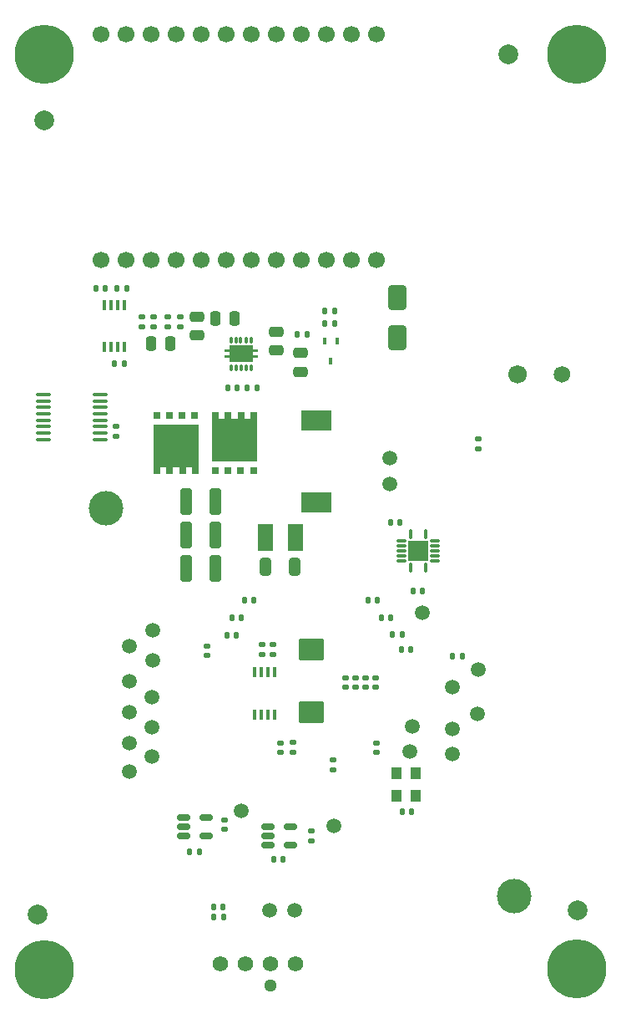
<source format=gts>
G04 #@! TF.GenerationSoftware,KiCad,Pcbnew,7.0.1*
G04 #@! TF.CreationDate,2024-03-15T23:25:05+01:00*
G04 #@! TF.ProjectId,NerdAxe_ultra,4e657264-4178-4655-9f75-6c7472612e6b,rev?*
G04 #@! TF.SameCoordinates,Original*
G04 #@! TF.FileFunction,Soldermask,Top*
G04 #@! TF.FilePolarity,Negative*
%FSLAX46Y46*%
G04 Gerber Fmt 4.6, Leading zero omitted, Abs format (unit mm)*
G04 Created by KiCad (PCBNEW 7.0.1) date 2024-03-15 23:25:05*
%MOMM*%
%LPD*%
G01*
G04 APERTURE LIST*
G04 Aperture macros list*
%AMRoundRect*
0 Rectangle with rounded corners*
0 $1 Rounding radius*
0 $2 $3 $4 $5 $6 $7 $8 $9 X,Y pos of 4 corners*
0 Add a 4 corners polygon primitive as box body*
4,1,4,$2,$3,$4,$5,$6,$7,$8,$9,$2,$3,0*
0 Add four circle primitives for the rounded corners*
1,1,$1+$1,$2,$3*
1,1,$1+$1,$4,$5*
1,1,$1+$1,$6,$7*
1,1,$1+$1,$8,$9*
0 Add four rect primitives between the rounded corners*
20,1,$1+$1,$2,$3,$4,$5,0*
20,1,$1+$1,$4,$5,$6,$7,0*
20,1,$1+$1,$6,$7,$8,$9,0*
20,1,$1+$1,$8,$9,$2,$3,0*%
%AMFreePoly0*
4,1,35,0.005000,-4.560000,0.003536,-4.563536,0.000000,-4.565000,-5.000000,-4.565000,-5.003536,-4.563536,-5.005000,-4.560000,-5.005000,-3.898000,-5.003536,-3.894464,-5.000000,-3.893000,-4.325000,-3.893000,-4.325000,-3.269700,-5.000000,-3.269700,-5.003536,-3.268236,-5.005000,-3.264700,-5.005000,-2.599700,-5.003536,-2.596164,-5.000000,-2.594700,-4.325000,-2.594700,-4.325000,-1.971400,-5.000000,-1.971400,
-5.003536,-1.969936,-5.005000,-1.966400,-5.005000,-1.301400,-5.003536,-1.297864,-5.000000,-1.296400,-4.325000,-1.296400,-4.325000,-0.673100,-5.000000,-0.673100,-5.003536,-0.671636,-5.005000,-0.668100,-5.005000,0.000000,-5.003536,0.003536,-5.000000,0.005000,0.005000,0.005000,0.005000,-4.560000,0.005000,-4.560000,$1*%
%AMFreePoly1*
4,1,45,-0.199646,1.700354,-0.199500,1.700000,-0.199500,1.200500,0.199500,1.200500,0.199500,1.700000,0.199646,1.700354,0.200000,1.700500,0.450000,1.700500,0.450354,1.700354,0.450500,1.700000,0.450500,1.200500,0.825000,1.200500,0.825354,1.200354,0.825500,1.200000,0.825500,-1.200000,0.825354,-1.200354,0.825000,-1.200500,0.450500,-1.200500,0.450500,-1.700000,0.450354,-1.700354,
0.450000,-1.700500,0.200000,-1.700500,0.199646,-1.700354,0.199500,-1.700000,0.199500,-1.200500,-0.199500,-1.200500,-0.199500,-1.700000,-0.199646,-1.700354,-0.200000,-1.700500,-0.450000,-1.700500,-0.450354,-1.700354,-0.450500,-1.700000,-0.450500,-1.200500,-0.825000,-1.200500,-0.825354,-1.200354,-0.825500,-1.200000,-0.825500,1.200000,-0.825354,1.200354,-0.825000,1.200500,-0.450500,1.200500,
-0.450500,1.700000,-0.450354,1.700354,-0.450000,1.700500,-0.200000,1.700500,-0.199646,1.700354,-0.199646,1.700354,$1*%
G04 Aperture macros list end*
%ADD10C,0.120000*%
%ADD11RoundRect,0.250000X0.475000X-0.250000X0.475000X0.250000X-0.475000X0.250000X-0.475000X-0.250000X0*%
%ADD12RoundRect,0.140000X0.140000X0.170000X-0.140000X0.170000X-0.140000X-0.170000X0.140000X-0.170000X0*%
%ADD13C,1.500000*%
%ADD14RoundRect,0.100000X-0.637500X-0.100000X0.637500X-0.100000X0.637500X0.100000X-0.637500X0.100000X0*%
%ADD15RoundRect,0.140000X-0.170000X0.140000X-0.170000X-0.140000X0.170000X-0.140000X0.170000X0.140000X0*%
%ADD16RoundRect,0.135000X-0.185000X0.135000X-0.185000X-0.135000X0.185000X-0.135000X0.185000X0.135000X0*%
%ADD17C,2.000000*%
%ADD18RoundRect,0.250000X-0.650000X1.000000X-0.650000X-1.000000X0.650000X-1.000000X0.650000X1.000000X0*%
%ADD19RoundRect,0.250000X-0.250000X-0.475000X0.250000X-0.475000X0.250000X0.475000X-0.250000X0.475000X0*%
%ADD20C,3.500000*%
%ADD21RoundRect,0.250000X-0.475000X0.250000X-0.475000X-0.250000X0.475000X-0.250000X0.475000X0.250000X0*%
%ADD22RoundRect,0.150000X-0.512500X-0.150000X0.512500X-0.150000X0.512500X0.150000X-0.512500X0.150000X0*%
%ADD23RoundRect,0.135000X0.135000X0.185000X-0.135000X0.185000X-0.135000X-0.185000X0.135000X-0.185000X0*%
%ADD24C,0.800000*%
%ADD25C,6.000000*%
%ADD26R,0.400000X1.100000*%
%ADD27RoundRect,0.007800X-0.122200X0.442200X-0.122200X-0.442200X0.122200X-0.442200X0.122200X0.442200X0*%
%ADD28RoundRect,0.007800X-0.442200X-0.122200X0.442200X-0.122200X0.442200X0.122200X-0.442200X0.122200X0*%
%ADD29R,2.050000X2.050000*%
%ADD30RoundRect,0.135000X0.185000X-0.135000X0.185000X0.135000X-0.185000X0.135000X-0.185000X-0.135000X0*%
%ADD31R,3.100000X2.000000*%
%ADD32RoundRect,0.140000X0.170000X-0.140000X0.170000X0.140000X-0.170000X0.140000X-0.170000X-0.140000X0*%
%ADD33RoundRect,0.140000X-0.140000X-0.170000X0.140000X-0.170000X0.140000X0.170000X-0.140000X0.170000X0*%
%ADD34RoundRect,0.250000X-1.025000X0.875000X-1.025000X-0.875000X1.025000X-0.875000X1.025000X0.875000X0*%
%ADD35R,0.700000X0.800000*%
%ADD36FreePoly0,270.000000*%
%ADD37RoundRect,0.135000X-0.135000X-0.185000X0.135000X-0.185000X0.135000X0.185000X-0.135000X0.185000X0*%
%ADD38RoundRect,0.007874X-0.112126X0.292126X-0.112126X-0.292126X0.112126X-0.292126X0.112126X0.292126X0*%
%ADD39C,0.400000*%
%ADD40FreePoly1,270.000000*%
%ADD41R,1.600000X2.700000*%
%ADD42FreePoly0,90.000000*%
%ADD43RoundRect,0.250000X-0.325000X-1.100000X0.325000X-1.100000X0.325000X1.100000X-0.325000X1.100000X0*%
%ADD44R,1.100000X1.300000*%
%ADD45R,0.450000X0.700000*%
%ADD46RoundRect,0.250000X0.325000X0.650000X-0.325000X0.650000X-0.325000X-0.650000X0.325000X-0.650000X0*%
%ADD47C,1.295400*%
%ADD48C,1.574800*%
%ADD49C,1.700000*%
%ADD50C,1.600000*%
%ADD51C,1.800000*%
G04 APERTURE END LIST*
D10*
X131800000Y-83500000D02*
G75*
G03*
X131800000Y-83500000I-800000J0D01*
G01*
X127400000Y-83500000D02*
G75*
G03*
X127400000Y-83500000I-900000J0D01*
G01*
D11*
X104510200Y-83236800D03*
X104510200Y-81336800D03*
D12*
X116836000Y-105476200D03*
X115876000Y-105476200D03*
D13*
X119888000Y-119380000D03*
D14*
X78417500Y-85536200D03*
X78417500Y-86186200D03*
X78417500Y-86836200D03*
X78417500Y-87486200D03*
X78417500Y-88136200D03*
X78417500Y-88786200D03*
X78417500Y-89436200D03*
X78417500Y-90086200D03*
X84142500Y-90086200D03*
X84142500Y-89436200D03*
X84142500Y-88786200D03*
X84142500Y-88136200D03*
X84142500Y-87486200D03*
X84142500Y-86836200D03*
X84142500Y-86186200D03*
X84142500Y-85536200D03*
D15*
X109093000Y-114229000D03*
X109093000Y-115189000D03*
D16*
X88392300Y-77701200D03*
X88392300Y-78721200D03*
D17*
X78486000Y-57785000D03*
D18*
X114300000Y-75756000D03*
X114300000Y-79756000D03*
D12*
X115730000Y-127810000D03*
X114770000Y-127810000D03*
D19*
X95850000Y-77811200D03*
X97750000Y-77811200D03*
D12*
X114780000Y-109855000D03*
X113820000Y-109855000D03*
D20*
X84764000Y-97095200D03*
D21*
X102027600Y-79200600D03*
X102027600Y-81100600D03*
D13*
X113500000Y-94611200D03*
D15*
X105540000Y-129760000D03*
X105540000Y-130720000D03*
D13*
X89408000Y-122174000D03*
D19*
X89350000Y-80411200D03*
X91250000Y-80411200D03*
D13*
X87122000Y-123698000D03*
X101346000Y-137795000D03*
X103886000Y-137795000D03*
D22*
X92615500Y-128358000D03*
X92615500Y-129308000D03*
X92615500Y-130258000D03*
X94890500Y-130258000D03*
X94890500Y-128358000D03*
D23*
X107952000Y-77089000D03*
X106932000Y-77089000D03*
D24*
X76250000Y-143830990D03*
X76909010Y-142240000D03*
X76909010Y-145421980D03*
X78500000Y-141580990D03*
D25*
X78500000Y-143830990D03*
D24*
X78500000Y-146080990D03*
X80090990Y-142240000D03*
X80090990Y-145421980D03*
X80750000Y-143830990D03*
D22*
X101182500Y-129290000D03*
X101182500Y-130240000D03*
X101182500Y-131190000D03*
X103457500Y-131190000D03*
X103457500Y-129290000D03*
D20*
X126130000Y-136350000D03*
D15*
X107823000Y-122583000D03*
X107823000Y-123543000D03*
D26*
X101813000Y-113674000D03*
X101163000Y-113674000D03*
X100513000Y-113674000D03*
X99863000Y-113674000D03*
X99863000Y-117974000D03*
X100513000Y-117974000D03*
X101163000Y-117974000D03*
X101813000Y-117974000D03*
D12*
X99780000Y-106351200D03*
X98820000Y-106351200D03*
D24*
X130250000Y-143728000D03*
X130909010Y-142137010D03*
X130909010Y-145318990D03*
X132500000Y-141478000D03*
D25*
X132500000Y-143728000D03*
D24*
X132500000Y-145978000D03*
X134090990Y-142137010D03*
X134090990Y-145318990D03*
X134750000Y-143728000D03*
D13*
X122428000Y-117856000D03*
D24*
X76250000Y-51054000D03*
X76909010Y-49463010D03*
X76909010Y-52644990D03*
X78500000Y-48804000D03*
D25*
X78500000Y-51054000D03*
D24*
X78500000Y-53304000D03*
X80090990Y-49463010D03*
X80090990Y-52644990D03*
X80750000Y-51054000D03*
D13*
X87100000Y-117729000D03*
D27*
X115672000Y-99691200D03*
D28*
X114737000Y-100376200D03*
X114737000Y-100876200D03*
X114737000Y-101376200D03*
X114737000Y-101876200D03*
X114737000Y-102376200D03*
D27*
X115672000Y-103061200D03*
X117172000Y-103061200D03*
D28*
X118107000Y-102376200D03*
X118107000Y-101876200D03*
X118107000Y-101376200D03*
X118107000Y-100876200D03*
X118107000Y-100376200D03*
D27*
X117172000Y-99691200D03*
D29*
X116422000Y-101376200D03*
D16*
X92300000Y-77701200D03*
X92300000Y-78721200D03*
D13*
X87100000Y-111000000D03*
D30*
X122555000Y-91061000D03*
X122555000Y-90041000D03*
D31*
X106100000Y-88151200D03*
X106100000Y-96471200D03*
D30*
X91000000Y-78721200D03*
X91000000Y-77701200D03*
D12*
X98490000Y-108151200D03*
X97530000Y-108151200D03*
D17*
X132588000Y-137795000D03*
D23*
X86870000Y-74803000D03*
X85850000Y-74803000D03*
D32*
X103759000Y-121765000D03*
X103759000Y-120805000D03*
D13*
X115824000Y-119126000D03*
D15*
X95000000Y-111020000D03*
X95000000Y-111980000D03*
D21*
X94000000Y-77661200D03*
X94000000Y-79561200D03*
D26*
X84623000Y-80763000D03*
X85273000Y-80763000D03*
X85923000Y-80763000D03*
X86573000Y-80763000D03*
X86573000Y-76463000D03*
X85923000Y-76463000D03*
X85273000Y-76463000D03*
X84623000Y-76463000D03*
D13*
X116870000Y-107661200D03*
D33*
X104168000Y-79469800D03*
X105128000Y-79469800D03*
D32*
X85741200Y-89761000D03*
X85741200Y-88801000D03*
D15*
X111125000Y-114229000D03*
X111125000Y-115189000D03*
X110109000Y-114229000D03*
X110109000Y-115189000D03*
D16*
X89600000Y-77701200D03*
X89600000Y-78721200D03*
D32*
X102489000Y-121800000D03*
X102489000Y-120840000D03*
D34*
X105600000Y-111360000D03*
X105600000Y-117760000D03*
D13*
X119888000Y-121920000D03*
D35*
X95851000Y-93252500D03*
X97149300Y-93252500D03*
X98412700Y-93252500D03*
X99711000Y-93252500D03*
D36*
X100061000Y-92347500D03*
D37*
X119886000Y-112014000D03*
X120906000Y-112014000D03*
D13*
X89430000Y-116237000D03*
D17*
X77851000Y-138176000D03*
D32*
X101727000Y-111859000D03*
X101727000Y-110899000D03*
D37*
X95640000Y-138480000D03*
X96660000Y-138480000D03*
D13*
X89500000Y-109437000D03*
X87100000Y-114600000D03*
D24*
X130250000Y-51120990D03*
X130909010Y-49530000D03*
X130909010Y-52711980D03*
X132500000Y-48870990D03*
D25*
X132500000Y-51120990D03*
D24*
X132500000Y-53370990D03*
X134090990Y-49530000D03*
X134090990Y-52711980D03*
X134750000Y-51120990D03*
D13*
X89430000Y-119277000D03*
D33*
X83721000Y-74803000D03*
X84681000Y-74803000D03*
D38*
X99446291Y-80011200D03*
X98946291Y-80011200D03*
X98416291Y-80011200D03*
X97946291Y-80011200D03*
X97446291Y-80011200D03*
X97446291Y-82811200D03*
X97946291Y-82811200D03*
X98446291Y-82811200D03*
X98946291Y-82811200D03*
X99446291Y-82811200D03*
D39*
X98446291Y-80836200D03*
X99396291Y-81411200D03*
D40*
X98446291Y-81411200D03*
D39*
X97496291Y-81411200D03*
X98446291Y-81986200D03*
D13*
X113500000Y-92011200D03*
D33*
X93253000Y-131818000D03*
X94213000Y-131818000D03*
D12*
X113620000Y-108141200D03*
X112660000Y-108141200D03*
D41*
X103951000Y-100030000D03*
X100951000Y-100030000D03*
D35*
X93749287Y-87703664D03*
X92450987Y-87703664D03*
X91187587Y-87703664D03*
X89889287Y-87703664D03*
D42*
X89539287Y-88608664D03*
D17*
X125603000Y-51054000D03*
D37*
X85596000Y-82423000D03*
X86616000Y-82423000D03*
D33*
X97097600Y-84911200D03*
X98057600Y-84911200D03*
D13*
X115560000Y-121710000D03*
D43*
X92906000Y-96360000D03*
X95856000Y-96360000D03*
D13*
X89500000Y-112500000D03*
D44*
X116140000Y-126170000D03*
X116140000Y-123870000D03*
X114240000Y-123870000D03*
X114240000Y-126170000D03*
D13*
X98473000Y-127736000D03*
D37*
X99067600Y-84911200D03*
X100087600Y-84911200D03*
D23*
X107952000Y-78359000D03*
X106932000Y-78359000D03*
D12*
X115669000Y-111379000D03*
X114709000Y-111379000D03*
D33*
X101730000Y-132610000D03*
X102690000Y-132610000D03*
D32*
X112160000Y-121800000D03*
X112160000Y-120840000D03*
D45*
X108219000Y-80153000D03*
X106919000Y-80153000D03*
X107569000Y-82153000D03*
D13*
X122500000Y-113430000D03*
D30*
X100584000Y-111889000D03*
X100584000Y-110869000D03*
D12*
X98000000Y-109891200D03*
X97040000Y-109891200D03*
D13*
X119888000Y-115189000D03*
D12*
X112290000Y-106351200D03*
X111330000Y-106351200D03*
D33*
X95640000Y-137410000D03*
X96600000Y-137410000D03*
D13*
X107830000Y-129200000D03*
X87100000Y-120858000D03*
D12*
X114582000Y-98466200D03*
X113622000Y-98466200D03*
D46*
X103886000Y-103000000D03*
X100936000Y-103000000D03*
D15*
X96763000Y-128638000D03*
X96763000Y-129598000D03*
D43*
X92866000Y-99770000D03*
X95816000Y-99770000D03*
D15*
X112141000Y-114229000D03*
X112141000Y-115189000D03*
D43*
X92866000Y-103130000D03*
X95816000Y-103130000D03*
D47*
X101462400Y-145400852D03*
D48*
X96382400Y-143240851D03*
X98922400Y-143240851D03*
X101462400Y-143240851D03*
X104002400Y-143240851D03*
D49*
X84250000Y-71942000D03*
X86790000Y-71942000D03*
X89330000Y-71942000D03*
X91870000Y-71942000D03*
X94410000Y-71942000D03*
X96950000Y-71942000D03*
X99490000Y-71942000D03*
X102030000Y-71942000D03*
X104570000Y-71942000D03*
X107110000Y-71942000D03*
X109650000Y-71942000D03*
X112190000Y-71942000D03*
X112190000Y-49022000D03*
X109650000Y-49022000D03*
X107110000Y-49022000D03*
X104570000Y-49022000D03*
X102030000Y-49022000D03*
X99490000Y-49022000D03*
X96950000Y-49022000D03*
X94410000Y-49022000D03*
X91870000Y-49022000D03*
X89330000Y-49022000D03*
X86790000Y-49022000D03*
X84250000Y-49022000D03*
D50*
X131000000Y-83500000D03*
D51*
X126500000Y-83500000D03*
M02*

</source>
